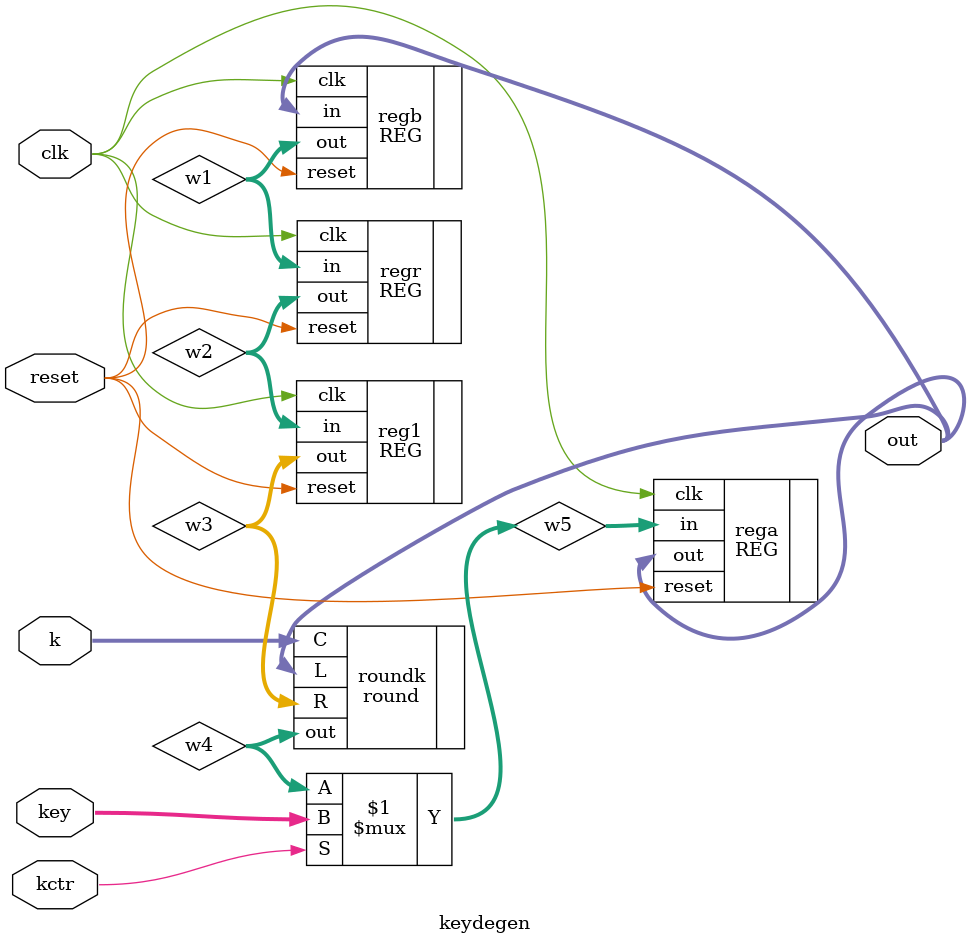
<source format=v>
`timescale 1ns / 1ps

module keydegen #(parameter DATAW = 10)
               (input [(DATAW-1):0]key,
                input [(DATAW-1):0]k,
                output [(DATAW-1):0]out,
                input kctr,
                input clk,
                input reset
                );

wire [(DATAW-1):0] w1,w2,w3,w4,w5;

assign w5 = kctr?key:w4;

                        
REG #(.DATAW(DATAW)) 
    rega(.clk(clk),
         .in(w5),
         .out(out),
         .reset(reset));
         
REG #(.DATAW(DATAW)) 
    regb(.clk(clk),
         .in(out),
         .out(w1),
         .reset(reset));
         
REG #(.DATAW(DATAW)) 
    regr(.clk(clk),
         .in(w1),
         .out(w2),
         .reset(reset));

REG #(.DATAW(DATAW)) 
    reg1(.clk(clk),
         .in(w2),
         .out(w3),
         .reset(reset));
         
round #(.DATAW(DATAW)) 
    roundk(.L(out),
           .R(w3),
           .C(k),
           .out(w4));

endmodule
</source>
